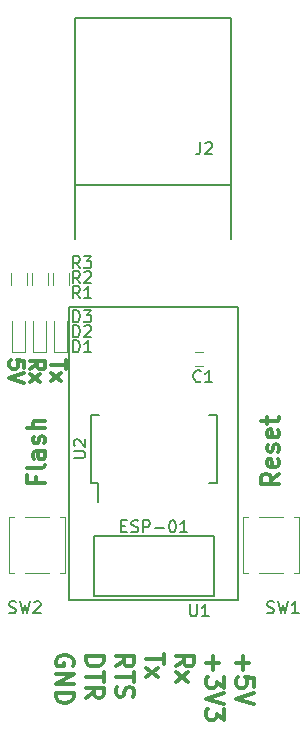
<source format=gbr>
G04 #@! TF.GenerationSoftware,KiCad,Pcbnew,(5.0.0)*
G04 #@! TF.CreationDate,2018-12-19T13:36:55-06:00*
G04 #@! TF.ProjectId,ESP-01_Flasher_Hardware,4553502D30315F466C61736865725F48,rev?*
G04 #@! TF.SameCoordinates,Original*
G04 #@! TF.FileFunction,Legend,Top*
G04 #@! TF.FilePolarity,Positive*
%FSLAX46Y46*%
G04 Gerber Fmt 4.6, Leading zero omitted, Abs format (unit mm)*
G04 Created by KiCad (PCBNEW (5.0.0)) date 12/19/18 13:36:55*
%MOMM*%
%LPD*%
G01*
G04 APERTURE LIST*
%ADD10C,0.300000*%
%ADD11C,0.120000*%
%ADD12C,0.150000*%
%ADD13C,0.200000*%
G04 APERTURE END LIST*
D10*
X125900571Y-78311142D02*
X125186285Y-78811142D01*
X125900571Y-79168285D02*
X124400571Y-79168285D01*
X124400571Y-78596857D01*
X124472000Y-78454000D01*
X124543428Y-78382571D01*
X124686285Y-78311142D01*
X124900571Y-78311142D01*
X125043428Y-78382571D01*
X125114857Y-78454000D01*
X125186285Y-78596857D01*
X125186285Y-79168285D01*
X125829142Y-77096857D02*
X125900571Y-77239714D01*
X125900571Y-77525428D01*
X125829142Y-77668285D01*
X125686285Y-77739714D01*
X125114857Y-77739714D01*
X124972000Y-77668285D01*
X124900571Y-77525428D01*
X124900571Y-77239714D01*
X124972000Y-77096857D01*
X125114857Y-77025428D01*
X125257714Y-77025428D01*
X125400571Y-77739714D01*
X125829142Y-76454000D02*
X125900571Y-76311142D01*
X125900571Y-76025428D01*
X125829142Y-75882571D01*
X125686285Y-75811142D01*
X125614857Y-75811142D01*
X125472000Y-75882571D01*
X125400571Y-76025428D01*
X125400571Y-76239714D01*
X125329142Y-76382571D01*
X125186285Y-76454000D01*
X125114857Y-76454000D01*
X124972000Y-76382571D01*
X124900571Y-76239714D01*
X124900571Y-76025428D01*
X124972000Y-75882571D01*
X125829142Y-74596857D02*
X125900571Y-74739714D01*
X125900571Y-75025428D01*
X125829142Y-75168285D01*
X125686285Y-75239714D01*
X125114857Y-75239714D01*
X124972000Y-75168285D01*
X124900571Y-75025428D01*
X124900571Y-74739714D01*
X124972000Y-74596857D01*
X125114857Y-74525428D01*
X125257714Y-74525428D01*
X125400571Y-75239714D01*
X124900571Y-74096857D02*
X124900571Y-73525428D01*
X124400571Y-73882571D02*
X125686285Y-73882571D01*
X125829142Y-73811142D01*
X125900571Y-73668285D01*
X125900571Y-73525428D01*
X105302857Y-78596857D02*
X105302857Y-79096857D01*
X106088571Y-79096857D02*
X104588571Y-79096857D01*
X104588571Y-78382571D01*
X106088571Y-77596857D02*
X106017142Y-77739714D01*
X105874285Y-77811142D01*
X104588571Y-77811142D01*
X106088571Y-76382571D02*
X105302857Y-76382571D01*
X105160000Y-76454000D01*
X105088571Y-76596857D01*
X105088571Y-76882571D01*
X105160000Y-77025428D01*
X106017142Y-76382571D02*
X106088571Y-76525428D01*
X106088571Y-76882571D01*
X106017142Y-77025428D01*
X105874285Y-77096857D01*
X105731428Y-77096857D01*
X105588571Y-77025428D01*
X105517142Y-76882571D01*
X105517142Y-76525428D01*
X105445714Y-76382571D01*
X106017142Y-75739714D02*
X106088571Y-75596857D01*
X106088571Y-75311142D01*
X106017142Y-75168285D01*
X105874285Y-75096857D01*
X105802857Y-75096857D01*
X105660000Y-75168285D01*
X105588571Y-75311142D01*
X105588571Y-75525428D01*
X105517142Y-75668285D01*
X105374285Y-75739714D01*
X105302857Y-75739714D01*
X105160000Y-75668285D01*
X105088571Y-75525428D01*
X105088571Y-75311142D01*
X105160000Y-75168285D01*
X106088571Y-74454000D02*
X104588571Y-74454000D01*
X106088571Y-73811142D02*
X105302857Y-73811142D01*
X105160000Y-73882571D01*
X105088571Y-74025428D01*
X105088571Y-74239714D01*
X105160000Y-74382571D01*
X105231428Y-74454000D01*
X108446000Y-94555857D02*
X108517428Y-94413000D01*
X108517428Y-94198714D01*
X108446000Y-93984428D01*
X108303142Y-93841571D01*
X108160285Y-93770142D01*
X107874571Y-93698714D01*
X107660285Y-93698714D01*
X107374571Y-93770142D01*
X107231714Y-93841571D01*
X107088857Y-93984428D01*
X107017428Y-94198714D01*
X107017428Y-94341571D01*
X107088857Y-94555857D01*
X107160285Y-94627285D01*
X107660285Y-94627285D01*
X107660285Y-94341571D01*
X107017428Y-95270142D02*
X108517428Y-95270142D01*
X107017428Y-96127285D01*
X108517428Y-96127285D01*
X107017428Y-96841571D02*
X108517428Y-96841571D01*
X108517428Y-97198714D01*
X108446000Y-97413000D01*
X108303142Y-97555857D01*
X108160285Y-97627285D01*
X107874571Y-97698714D01*
X107660285Y-97698714D01*
X107374571Y-97627285D01*
X107231714Y-97555857D01*
X107088857Y-97413000D01*
X107017428Y-97198714D01*
X107017428Y-96841571D01*
X112097428Y-94627285D02*
X112811714Y-94127285D01*
X112097428Y-93770142D02*
X113597428Y-93770142D01*
X113597428Y-94341571D01*
X113526000Y-94484428D01*
X113454571Y-94555857D01*
X113311714Y-94627285D01*
X113097428Y-94627285D01*
X112954571Y-94555857D01*
X112883142Y-94484428D01*
X112811714Y-94341571D01*
X112811714Y-93770142D01*
X113597428Y-95055857D02*
X113597428Y-95913000D01*
X112097428Y-95484428D02*
X113597428Y-95484428D01*
X112168857Y-96341571D02*
X112097428Y-96555857D01*
X112097428Y-96913000D01*
X112168857Y-97055857D01*
X112240285Y-97127285D01*
X112383142Y-97198714D01*
X112526000Y-97198714D01*
X112668857Y-97127285D01*
X112740285Y-97055857D01*
X112811714Y-96913000D01*
X112883142Y-96627285D01*
X112954571Y-96484428D01*
X113026000Y-96413000D01*
X113168857Y-96341571D01*
X113311714Y-96341571D01*
X113454571Y-96413000D01*
X113526000Y-96484428D01*
X113597428Y-96627285D01*
X113597428Y-96984428D01*
X113526000Y-97198714D01*
X109557428Y-93770142D02*
X111057428Y-93770142D01*
X111057428Y-94127285D01*
X110986000Y-94341571D01*
X110843142Y-94484428D01*
X110700285Y-94555857D01*
X110414571Y-94627285D01*
X110200285Y-94627285D01*
X109914571Y-94555857D01*
X109771714Y-94484428D01*
X109628857Y-94341571D01*
X109557428Y-94127285D01*
X109557428Y-93770142D01*
X111057428Y-95055857D02*
X111057428Y-95913000D01*
X109557428Y-95484428D02*
X111057428Y-95484428D01*
X109557428Y-97270142D02*
X110271714Y-96770142D01*
X109557428Y-96413000D02*
X111057428Y-96413000D01*
X111057428Y-96984428D01*
X110986000Y-97127285D01*
X110914571Y-97198714D01*
X110771714Y-97270142D01*
X110557428Y-97270142D01*
X110414571Y-97198714D01*
X110343142Y-97127285D01*
X110271714Y-96984428D01*
X110271714Y-96413000D01*
X116137428Y-93555857D02*
X116137428Y-94413000D01*
X114637428Y-93984428D02*
X116137428Y-93984428D01*
X114637428Y-94770142D02*
X115637428Y-95555857D01*
X115637428Y-94770142D02*
X114637428Y-95555857D01*
X117177428Y-94627285D02*
X117891714Y-94127285D01*
X117177428Y-93770142D02*
X118677428Y-93770142D01*
X118677428Y-94341571D01*
X118606000Y-94484428D01*
X118534571Y-94555857D01*
X118391714Y-94627285D01*
X118177428Y-94627285D01*
X118034571Y-94555857D01*
X117963142Y-94484428D01*
X117891714Y-94341571D01*
X117891714Y-93770142D01*
X117177428Y-95127285D02*
X118177428Y-95913000D01*
X118177428Y-95127285D02*
X117177428Y-95913000D01*
X120288857Y-93770142D02*
X120288857Y-94913000D01*
X119717428Y-94341571D02*
X120860285Y-94341571D01*
X121217428Y-95484428D02*
X121217428Y-96413000D01*
X120646000Y-95913000D01*
X120646000Y-96127285D01*
X120574571Y-96270142D01*
X120503142Y-96341571D01*
X120360285Y-96413000D01*
X120003142Y-96413000D01*
X119860285Y-96341571D01*
X119788857Y-96270142D01*
X119717428Y-96127285D01*
X119717428Y-95698714D01*
X119788857Y-95555857D01*
X119860285Y-95484428D01*
X121217428Y-96841571D02*
X119717428Y-97341571D01*
X121217428Y-97841571D01*
X121217428Y-98198714D02*
X121217428Y-99127285D01*
X120646000Y-98627285D01*
X120646000Y-98841571D01*
X120574571Y-98984428D01*
X120503142Y-99055857D01*
X120360285Y-99127285D01*
X120003142Y-99127285D01*
X119860285Y-99055857D01*
X119788857Y-98984428D01*
X119717428Y-98841571D01*
X119717428Y-98413000D01*
X119788857Y-98270142D01*
X119860285Y-98198714D01*
X122828857Y-93770142D02*
X122828857Y-94913000D01*
X122257428Y-94341571D02*
X123400285Y-94341571D01*
X123757428Y-96341571D02*
X123757428Y-95627285D01*
X123043142Y-95555857D01*
X123114571Y-95627285D01*
X123186000Y-95770142D01*
X123186000Y-96127285D01*
X123114571Y-96270142D01*
X123043142Y-96341571D01*
X122900285Y-96413000D01*
X122543142Y-96413000D01*
X122400285Y-96341571D01*
X122328857Y-96270142D01*
X122257428Y-96127285D01*
X122257428Y-95770142D01*
X122328857Y-95627285D01*
X122400285Y-95555857D01*
X123757428Y-96841571D02*
X122257428Y-97341571D01*
X123757428Y-97841571D01*
X104335142Y-69351428D02*
X104335142Y-68740000D01*
X103723714Y-68678857D01*
X103784857Y-68740000D01*
X103846000Y-68862285D01*
X103846000Y-69168000D01*
X103784857Y-69290285D01*
X103723714Y-69351428D01*
X103601428Y-69412571D01*
X103295714Y-69412571D01*
X103173428Y-69351428D01*
X103112285Y-69290285D01*
X103051142Y-69168000D01*
X103051142Y-68862285D01*
X103112285Y-68740000D01*
X103173428Y-68678857D01*
X104335142Y-69779428D02*
X103051142Y-70207428D01*
X104335142Y-70635428D01*
X107891142Y-68709428D02*
X107891142Y-69443142D01*
X106607142Y-69076285D02*
X107891142Y-69076285D01*
X106607142Y-69748857D02*
X107463142Y-70421428D01*
X107463142Y-69748857D02*
X106607142Y-70421428D01*
X104829142Y-69473714D02*
X105440571Y-69045714D01*
X104829142Y-68740000D02*
X106113142Y-68740000D01*
X106113142Y-69229142D01*
X106052000Y-69351428D01*
X105990857Y-69412571D01*
X105868571Y-69473714D01*
X105685142Y-69473714D01*
X105562857Y-69412571D01*
X105501714Y-69351428D01*
X105440571Y-69229142D01*
X105440571Y-68740000D01*
X104829142Y-69901714D02*
X105685142Y-70574285D01*
X105685142Y-69901714D02*
X104829142Y-70574285D01*
D11*
G04 #@! TO.C,D3*
X103336000Y-68010000D02*
X104436000Y-68010000D01*
X104436000Y-68010000D02*
X104436000Y-65410000D01*
X103336000Y-68010000D02*
X103336000Y-65410000D01*
G04 #@! TO.C,C1*
X118776000Y-67980000D02*
X119476000Y-67980000D01*
X119476000Y-69180000D02*
X118776000Y-69180000D01*
G04 #@! TO.C,D1*
X106892000Y-68010000D02*
X107992000Y-68010000D01*
X107992000Y-68010000D02*
X107992000Y-65410000D01*
X106892000Y-68010000D02*
X106892000Y-65410000D01*
G04 #@! TO.C,D2*
X105114000Y-68010000D02*
X105114000Y-65410000D01*
X106214000Y-68010000D02*
X106214000Y-65410000D01*
X105114000Y-68010000D02*
X106214000Y-68010000D01*
D12*
G04 #@! TO.C,J2*
X108656000Y-58420000D02*
X108656000Y-39720000D01*
X121864000Y-58420000D02*
X121864000Y-39720000D01*
X108656000Y-39720000D02*
X121864000Y-39720000D01*
X108656000Y-53848000D02*
X121864000Y-53848000D01*
D11*
G04 #@! TO.C,R1*
X106762000Y-62306000D02*
X106762000Y-61306000D01*
X108122000Y-61306000D02*
X108122000Y-62306000D01*
G04 #@! TO.C,R2*
X106344000Y-61306000D02*
X106344000Y-62306000D01*
X104984000Y-62306000D02*
X104984000Y-61306000D01*
G04 #@! TO.C,R3*
X103206000Y-62306000D02*
X103206000Y-61306000D01*
X104566000Y-61306000D02*
X104566000Y-62306000D01*
G04 #@! TO.C,SW1*
X122852000Y-86698000D02*
X122852000Y-81958000D01*
X122852000Y-86698000D02*
X123252000Y-86698000D01*
X122852000Y-81958000D02*
X123252000Y-81958000D01*
X127592000Y-86698000D02*
X127192000Y-86698000D01*
X127592000Y-86698000D02*
X127592000Y-81958000D01*
X127592000Y-81958000D02*
X127192000Y-81958000D01*
X126252000Y-81958000D02*
X124192000Y-81958000D01*
X126252000Y-86698000D02*
X124192000Y-86698000D01*
G04 #@! TO.C,SW2*
X104380000Y-81958000D02*
X106440000Y-81958000D01*
X104380000Y-86698000D02*
X106440000Y-86698000D01*
X103040000Y-86698000D02*
X103440000Y-86698000D01*
X103040000Y-81958000D02*
X103040000Y-86698000D01*
X103040000Y-81958000D02*
X103440000Y-81958000D01*
X107780000Y-86698000D02*
X107380000Y-86698000D01*
X107780000Y-81958000D02*
X107380000Y-81958000D01*
X107780000Y-81958000D02*
X107780000Y-86698000D01*
D13*
G04 #@! TO.C,U1*
X122466000Y-64176000D02*
X108166000Y-64176000D01*
X108166000Y-88976000D02*
X108166000Y-64176000D01*
X122466000Y-88976000D02*
X122466000Y-64176000D01*
X122466000Y-88976000D02*
X108166000Y-88976000D01*
X110236000Y-83566000D02*
X110236000Y-88646000D01*
X120396000Y-83566000D02*
X110236000Y-83566000D01*
X120396000Y-88646000D02*
X120396000Y-83566000D01*
X120396000Y-88646000D02*
X110236000Y-88646000D01*
D12*
G04 #@! TO.C,U2*
X109991000Y-79075000D02*
X110566000Y-79075000D01*
X109991000Y-73325000D02*
X110641000Y-73325000D01*
X120641000Y-73325000D02*
X119991000Y-73325000D01*
X120641000Y-79075000D02*
X119991000Y-79075000D01*
X109991000Y-79075000D02*
X109991000Y-73325000D01*
X120641000Y-79075000D02*
X120641000Y-73325000D01*
X110566000Y-79075000D02*
X110566000Y-80675000D01*
G04 #@! TO.C,D3*
X108481904Y-65476380D02*
X108481904Y-64476380D01*
X108720000Y-64476380D01*
X108862857Y-64524000D01*
X108958095Y-64619238D01*
X109005714Y-64714476D01*
X109053333Y-64904952D01*
X109053333Y-65047809D01*
X109005714Y-65238285D01*
X108958095Y-65333523D01*
X108862857Y-65428761D01*
X108720000Y-65476380D01*
X108481904Y-65476380D01*
X109386666Y-64476380D02*
X110005714Y-64476380D01*
X109672380Y-64857333D01*
X109815238Y-64857333D01*
X109910476Y-64904952D01*
X109958095Y-64952571D01*
X110005714Y-65047809D01*
X110005714Y-65285904D01*
X109958095Y-65381142D01*
X109910476Y-65428761D01*
X109815238Y-65476380D01*
X109529523Y-65476380D01*
X109434285Y-65428761D01*
X109386666Y-65381142D01*
G04 #@! TO.C,C1*
X119279333Y-70461142D02*
X119231714Y-70508761D01*
X119088857Y-70556380D01*
X118993619Y-70556380D01*
X118850761Y-70508761D01*
X118755523Y-70413523D01*
X118707904Y-70318285D01*
X118660285Y-70127809D01*
X118660285Y-69984952D01*
X118707904Y-69794476D01*
X118755523Y-69699238D01*
X118850761Y-69604000D01*
X118993619Y-69556380D01*
X119088857Y-69556380D01*
X119231714Y-69604000D01*
X119279333Y-69651619D01*
X120231714Y-70556380D02*
X119660285Y-70556380D01*
X119946000Y-70556380D02*
X119946000Y-69556380D01*
X119850761Y-69699238D01*
X119755523Y-69794476D01*
X119660285Y-69842095D01*
G04 #@! TO.C,D1*
X108481904Y-68016380D02*
X108481904Y-67016380D01*
X108720000Y-67016380D01*
X108862857Y-67064000D01*
X108958095Y-67159238D01*
X109005714Y-67254476D01*
X109053333Y-67444952D01*
X109053333Y-67587809D01*
X109005714Y-67778285D01*
X108958095Y-67873523D01*
X108862857Y-67968761D01*
X108720000Y-68016380D01*
X108481904Y-68016380D01*
X110005714Y-68016380D02*
X109434285Y-68016380D01*
X109720000Y-68016380D02*
X109720000Y-67016380D01*
X109624761Y-67159238D01*
X109529523Y-67254476D01*
X109434285Y-67302095D01*
G04 #@! TO.C,D2*
X108481904Y-66746380D02*
X108481904Y-65746380D01*
X108720000Y-65746380D01*
X108862857Y-65794000D01*
X108958095Y-65889238D01*
X109005714Y-65984476D01*
X109053333Y-66174952D01*
X109053333Y-66317809D01*
X109005714Y-66508285D01*
X108958095Y-66603523D01*
X108862857Y-66698761D01*
X108720000Y-66746380D01*
X108481904Y-66746380D01*
X109434285Y-65841619D02*
X109481904Y-65794000D01*
X109577142Y-65746380D01*
X109815238Y-65746380D01*
X109910476Y-65794000D01*
X109958095Y-65841619D01*
X110005714Y-65936857D01*
X110005714Y-66032095D01*
X109958095Y-66174952D01*
X109386666Y-66746380D01*
X110005714Y-66746380D01*
G04 #@! TO.C,J2*
X119244666Y-50252380D02*
X119244666Y-50966666D01*
X119197047Y-51109523D01*
X119101809Y-51204761D01*
X118958952Y-51252380D01*
X118863714Y-51252380D01*
X119673238Y-50347619D02*
X119720857Y-50300000D01*
X119816095Y-50252380D01*
X120054190Y-50252380D01*
X120149428Y-50300000D01*
X120197047Y-50347619D01*
X120244666Y-50442857D01*
X120244666Y-50538095D01*
X120197047Y-50680952D01*
X119625619Y-51252380D01*
X120244666Y-51252380D01*
G04 #@! TO.C,R1*
X109053333Y-63444380D02*
X108720000Y-62968190D01*
X108481904Y-63444380D02*
X108481904Y-62444380D01*
X108862857Y-62444380D01*
X108958095Y-62492000D01*
X109005714Y-62539619D01*
X109053333Y-62634857D01*
X109053333Y-62777714D01*
X109005714Y-62872952D01*
X108958095Y-62920571D01*
X108862857Y-62968190D01*
X108481904Y-62968190D01*
X110005714Y-63444380D02*
X109434285Y-63444380D01*
X109720000Y-63444380D02*
X109720000Y-62444380D01*
X109624761Y-62587238D01*
X109529523Y-62682476D01*
X109434285Y-62730095D01*
G04 #@! TO.C,R2*
X109053333Y-62174380D02*
X108720000Y-61698190D01*
X108481904Y-62174380D02*
X108481904Y-61174380D01*
X108862857Y-61174380D01*
X108958095Y-61222000D01*
X109005714Y-61269619D01*
X109053333Y-61364857D01*
X109053333Y-61507714D01*
X109005714Y-61602952D01*
X108958095Y-61650571D01*
X108862857Y-61698190D01*
X108481904Y-61698190D01*
X109434285Y-61269619D02*
X109481904Y-61222000D01*
X109577142Y-61174380D01*
X109815238Y-61174380D01*
X109910476Y-61222000D01*
X109958095Y-61269619D01*
X110005714Y-61364857D01*
X110005714Y-61460095D01*
X109958095Y-61602952D01*
X109386666Y-62174380D01*
X110005714Y-62174380D01*
G04 #@! TO.C,R3*
X109053333Y-60904380D02*
X108720000Y-60428190D01*
X108481904Y-60904380D02*
X108481904Y-59904380D01*
X108862857Y-59904380D01*
X108958095Y-59952000D01*
X109005714Y-59999619D01*
X109053333Y-60094857D01*
X109053333Y-60237714D01*
X109005714Y-60332952D01*
X108958095Y-60380571D01*
X108862857Y-60428190D01*
X108481904Y-60428190D01*
X109386666Y-59904380D02*
X110005714Y-59904380D01*
X109672380Y-60285333D01*
X109815238Y-60285333D01*
X109910476Y-60332952D01*
X109958095Y-60380571D01*
X110005714Y-60475809D01*
X110005714Y-60713904D01*
X109958095Y-60809142D01*
X109910476Y-60856761D01*
X109815238Y-60904380D01*
X109529523Y-60904380D01*
X109434285Y-60856761D01*
X109386666Y-60809142D01*
G04 #@! TO.C,SW1*
X124904666Y-90066761D02*
X125047523Y-90114380D01*
X125285619Y-90114380D01*
X125380857Y-90066761D01*
X125428476Y-90019142D01*
X125476095Y-89923904D01*
X125476095Y-89828666D01*
X125428476Y-89733428D01*
X125380857Y-89685809D01*
X125285619Y-89638190D01*
X125095142Y-89590571D01*
X124999904Y-89542952D01*
X124952285Y-89495333D01*
X124904666Y-89400095D01*
X124904666Y-89304857D01*
X124952285Y-89209619D01*
X124999904Y-89162000D01*
X125095142Y-89114380D01*
X125333238Y-89114380D01*
X125476095Y-89162000D01*
X125809428Y-89114380D02*
X126047523Y-90114380D01*
X126238000Y-89400095D01*
X126428476Y-90114380D01*
X126666571Y-89114380D01*
X127571333Y-90114380D02*
X126999904Y-90114380D01*
X127285619Y-90114380D02*
X127285619Y-89114380D01*
X127190380Y-89257238D01*
X127095142Y-89352476D01*
X126999904Y-89400095D01*
G04 #@! TO.C,SW2*
X103060666Y-90066761D02*
X103203523Y-90114380D01*
X103441619Y-90114380D01*
X103536857Y-90066761D01*
X103584476Y-90019142D01*
X103632095Y-89923904D01*
X103632095Y-89828666D01*
X103584476Y-89733428D01*
X103536857Y-89685809D01*
X103441619Y-89638190D01*
X103251142Y-89590571D01*
X103155904Y-89542952D01*
X103108285Y-89495333D01*
X103060666Y-89400095D01*
X103060666Y-89304857D01*
X103108285Y-89209619D01*
X103155904Y-89162000D01*
X103251142Y-89114380D01*
X103489238Y-89114380D01*
X103632095Y-89162000D01*
X103965428Y-89114380D02*
X104203523Y-90114380D01*
X104394000Y-89400095D01*
X104584476Y-90114380D01*
X104822571Y-89114380D01*
X105155904Y-89209619D02*
X105203523Y-89162000D01*
X105298761Y-89114380D01*
X105536857Y-89114380D01*
X105632095Y-89162000D01*
X105679714Y-89209619D01*
X105727333Y-89304857D01*
X105727333Y-89400095D01*
X105679714Y-89542952D01*
X105108285Y-90114380D01*
X105727333Y-90114380D01*
G04 #@! TO.C,U1*
X118364095Y-89368380D02*
X118364095Y-90177904D01*
X118411714Y-90273142D01*
X118459333Y-90320761D01*
X118554571Y-90368380D01*
X118745047Y-90368380D01*
X118840285Y-90320761D01*
X118887904Y-90273142D01*
X118935523Y-90177904D01*
X118935523Y-89368380D01*
X119935523Y-90368380D02*
X119364095Y-90368380D01*
X119649809Y-90368380D02*
X119649809Y-89368380D01*
X119554571Y-89511238D01*
X119459333Y-89606476D01*
X119364095Y-89654095D01*
X112554095Y-82732571D02*
X112887428Y-82732571D01*
X113030285Y-83256380D02*
X112554095Y-83256380D01*
X112554095Y-82256380D01*
X113030285Y-82256380D01*
X113411238Y-83208761D02*
X113554095Y-83256380D01*
X113792190Y-83256380D01*
X113887428Y-83208761D01*
X113935047Y-83161142D01*
X113982666Y-83065904D01*
X113982666Y-82970666D01*
X113935047Y-82875428D01*
X113887428Y-82827809D01*
X113792190Y-82780190D01*
X113601714Y-82732571D01*
X113506476Y-82684952D01*
X113458857Y-82637333D01*
X113411238Y-82542095D01*
X113411238Y-82446857D01*
X113458857Y-82351619D01*
X113506476Y-82304000D01*
X113601714Y-82256380D01*
X113839809Y-82256380D01*
X113982666Y-82304000D01*
X114411238Y-83256380D02*
X114411238Y-82256380D01*
X114792190Y-82256380D01*
X114887428Y-82304000D01*
X114935047Y-82351619D01*
X114982666Y-82446857D01*
X114982666Y-82589714D01*
X114935047Y-82684952D01*
X114887428Y-82732571D01*
X114792190Y-82780190D01*
X114411238Y-82780190D01*
X115411238Y-82875428D02*
X116173142Y-82875428D01*
X116839809Y-82256380D02*
X116935047Y-82256380D01*
X117030285Y-82304000D01*
X117077904Y-82351619D01*
X117125523Y-82446857D01*
X117173142Y-82637333D01*
X117173142Y-82875428D01*
X117125523Y-83065904D01*
X117077904Y-83161142D01*
X117030285Y-83208761D01*
X116935047Y-83256380D01*
X116839809Y-83256380D01*
X116744571Y-83208761D01*
X116696952Y-83161142D01*
X116649333Y-83065904D01*
X116601714Y-82875428D01*
X116601714Y-82637333D01*
X116649333Y-82446857D01*
X116696952Y-82351619D01*
X116744571Y-82304000D01*
X116839809Y-82256380D01*
X118125523Y-83256380D02*
X117554095Y-83256380D01*
X117839809Y-83256380D02*
X117839809Y-82256380D01*
X117744571Y-82399238D01*
X117649333Y-82494476D01*
X117554095Y-82542095D01*
G04 #@! TO.C,U2*
X108518380Y-76961904D02*
X109327904Y-76961904D01*
X109423142Y-76914285D01*
X109470761Y-76866666D01*
X109518380Y-76771428D01*
X109518380Y-76580952D01*
X109470761Y-76485714D01*
X109423142Y-76438095D01*
X109327904Y-76390476D01*
X108518380Y-76390476D01*
X108613619Y-75961904D02*
X108566000Y-75914285D01*
X108518380Y-75819047D01*
X108518380Y-75580952D01*
X108566000Y-75485714D01*
X108613619Y-75438095D01*
X108708857Y-75390476D01*
X108804095Y-75390476D01*
X108946952Y-75438095D01*
X109518380Y-76009523D01*
X109518380Y-75390476D01*
G04 #@! TD*
M02*

</source>
